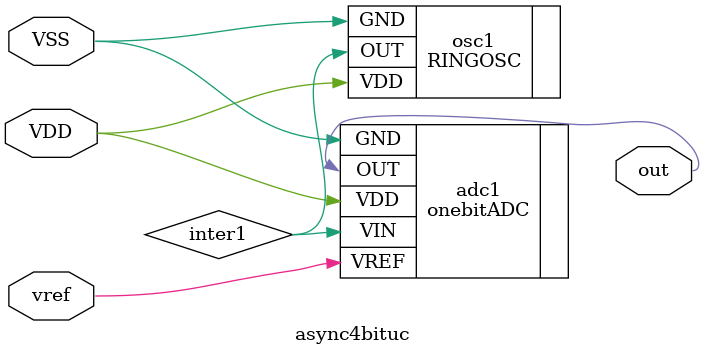
<source format=v>
/* Generated by Yosys 0.13+15 (git sha1 bc027b2ca, gcc 9.4.0-1ubuntu1~20.04.1 -fPIC -Os) */

module async4bituc(VDD, VSS, vref, out);
  input VDD;
  input VSS;
  wire inter1;
  output out;
  input vref;
  onebitADC adc1 (
    .GND(VSS),
    .OUT(out),
    .VDD(VDD),
    .VIN(inter1),
    .VREF(vref)
  );
  RINGOSC osc1 (
    .GND(VSS),
    .OUT(inter1),
    .VDD(VDD)
  );
endmodule

</source>
